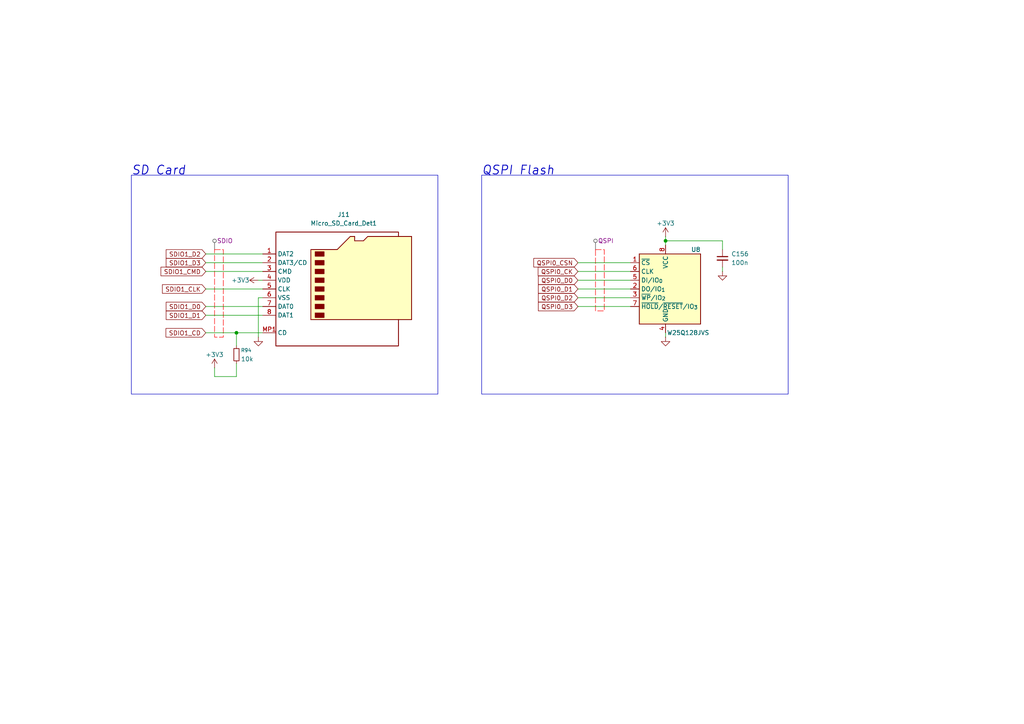
<source format=kicad_sch>
(kicad_sch (version 20250114) (generator "eeschema") (generator_version "9.0")
  (paper "A4")
  (title_block (title "FPGA Zynq7000 Dev Board") (date "2025-07-10") (rev "A"))
  (lib_symbols
    (symbol "Connector:Micro_SD_Card_Det1"
      (property "Reference" "J12" (at 0.635 21.59 0))
      (property "Value" "Micro_SD_Card_Det1" (at 0.635 19.05 0))
      (symbol "Micro_SD_Card_Det1_0_1"
        (polyline (pts (xy -8.89 -8.89) (xy -8.89 11.43) (xy -1.27 11.43) (xy 2.54 15.24) (xy 3.81 15.24) (xy 3.81 13.97) (xy 6.35 13.97) (xy 7.62 15.24) (xy 20.32 15.24) (xy 20.32 -8.89) (xy -8.89 -8.89)) (stroke (width 0.254)) (fill (type background)))
        (rectangle (start -7.62 10.795) (end -5.08 9.525) (stroke (width 0.254)) (fill (type outline)))
        (rectangle (start -7.62 8.255) (end -5.08 6.985) (stroke (width 0.254)) (fill (type outline)))
        (rectangle (start -7.62 5.715) (end -5.08 4.445) (stroke (width 0.254)) (fill (type outline)))
        (rectangle (start -7.62 3.175) (end -5.08 1.905) (stroke (width 0.254)) (fill (type outline)))
        (rectangle (start -7.62 0.635) (end -5.08 -0.635) (stroke (width 0.254)) (fill (type outline)))
        (rectangle (start -7.62 -1.905) (end -5.08 -3.175) (stroke (width 0.254)) (fill (type outline)))
        (rectangle (start -7.62 -4.445) (end -5.08 -5.715) (stroke (width 0.254)) (fill (type outline)))
        (rectangle (start -7.62 -6.985) (end -5.08 -8.255) (stroke (width 0.254)) (fill (type outline)))
        (polyline (pts (xy 16.51 15.24) (xy 16.51 16.51) (xy -19.05 16.51) (xy -19.05 -16.51) (xy 16.51 -16.51) (xy 16.51 -8.89)) (stroke (width 0.254)))
      )
      (symbol "Micro_SD_Card_Det1_1_1"
        (pin bidirectional line (at -22.86 10.16 0) (length 3.81) (name "DAT2") (number "1"))
        (pin bidirectional line (at -22.86 7.62 0) (length 3.81) (name "DAT3/CD") (number "2"))
        (pin input line (at -22.86 5.08 0) (length 3.81) (name "CMD") (number "3"))
        (pin power_in line (at -22.86 2.54 0) (length 3.81) (name "VDD") (number "4"))
        (pin input line (at -22.86 0 0) (length 3.81) (name "CLK") (number "5"))
        (pin power_in line (at -22.86 -2.54 0) (length 3.81) (name "VSS") (number "6"))
        (pin bidirectional line (at -22.86 -5.08 0) (length 3.81) (name "DAT0") (number "7"))
        (pin bidirectional line (at -22.86 -7.62 0) (length 3.81) (name "DAT1") (number "8"))
        (pin passive line (at -22.86 -12.7 0) (length 3.81) (name "CD") (number "MP1"))
        (pin no_connect line (at 30.48 -11.43 180) (length 3.81) (hide yes) (name "SHIELD") (number "MP2"))
        (pin no_connect line (at 30.48 -13.97 180) (length 3.81) (hide yes) (name "SHIELD") (number "MP3"))
        (pin no_connect line (at 30.48 -16.51 180) (length 3.81) (hide yes) (name "SHIELD") (number "MP4"))
      )
    )
    (symbol "Device:C_Small" (pin_numbers (hide yes)) (pin_names (offset 0.254) (hide yes))
      (property "Reference" "C" (at 0.254 1.778 0))
      (property "Value" "C_Small" (at 0.254 -2.032 0))
      (symbol "C_Small_0_1"
        (polyline (pts (xy -1.524 0.508) (xy 1.524 0.508)) (stroke (width 0.3048)))
        (polyline (pts (xy -1.524 -0.508) (xy 1.524 -0.508)) (stroke (width 0.3302)))
      )
      (symbol "C_Small_1_1"
        (pin passive line (at 0 2.54 270) (length 2.032) (name "~") (number "1"))
        (pin passive line (at 0 -2.54 90) (length 2.032) (name "~") (number "2"))
      )
    )
    (symbol "Device:R_Small" (pin_numbers (hide yes)) (pin_names (offset 0.254) (hide yes))
      (property "Reference" "R" (at 0 0 90))
      (property "Value" "R_Small" (at 1.778 0 90))
      (symbol "R_Small_0_1"
        (rectangle (start -0.762 1.778) (end 0.762 -1.778) (stroke (width 0.2032)))
      )
      (symbol "R_Small_1_1"
        (pin passive line (at 0 2.54 270) (length 0.762) (name "~") (number "1"))
        (pin passive line (at 0 -2.54 90) (length 0.762) (name "~") (number "2"))
      )
    )
    (symbol "Memory_Flash:W25Q128JVS"
      (property "Reference" "U" (at -6.35 11.43 0))
      (property "Value" "W25Q128JVS" (at 7.62 11.43 0))
      (symbol "W25Q128JVS_0_1"
        (rectangle (start -7.62 10.16) (end 10.16 -10.16) (stroke (width 0.254)) (fill (type background)))
      )
      (symbol "W25Q128JVS_1_1"
        (pin input line (at -10.16 7.62 0) (length 2.54) (name "~{CS}") (number "1"))
        (pin input line (at -10.16 5.08 0) (length 2.54) (name "CLK") (number "6"))
        (pin bidirectional line (at -10.16 2.54 0) (length 2.54) (name "DI/IO_{0}") (number "5"))
        (pin bidirectional line (at -10.16 0 0) (length 2.54) (name "DO/IO_{1}") (number "2"))
        (pin bidirectional line (at -10.16 -2.54 0) (length 2.54) (name "~{WP}/IO_{2}") (number "3"))
        (pin bidirectional line (at -10.16 -5.08 0) (length 2.54) (name "~{HOLD}/~{RESET}/IO_{3}") (number "7"))
        (pin power_in line (at 0 12.7 270) (length 2.54) (name "VCC") (number "8"))
        (pin power_in line (at 0 -12.7 90) (length 2.54) (name "GND") (number "4"))
      )
    )
    (symbol "power:+3V3" (power) (pin_numbers (hide yes)) (pin_names (offset 0) (hide yes))
      (property "Value" "+3V3" (at 0 3.556 0))
      (symbol "+3V3_0_1"
        (polyline (pts (xy -0.762 1.27) (xy 0 2.54)))
        (polyline (pts (xy 0 2.54) (xy 0.762 1.27)))
        (polyline (pts (xy 0 0) (xy 0 2.54)))
      )
      (symbol "+3V3_1_1"
        (pin power_in line (at 0 0 90) (length 0) (name "~") (number "1"))
      )
    )
    (symbol "power:GND" (power) (pin_numbers (hide yes)) (pin_names (offset 0) (hide yes))
      (property "Value" "GND" (at 0 -3.81 0))
      (symbol "GND_0_1"
        (polyline (pts (xy 0 0) (xy 0 -1.27) (xy 1.27 -1.27) (xy 0 -2.54) (xy -1.27 -1.27) (xy 0 -1.27)))
      )
      (symbol "GND_1_1"
        (pin power_in line (at 0 0 270) (length 0) (name "~") (number "1"))
      )
    )
  )
  (rectangle (start 139.7 50.8) (end 228.6 114.3))
  (rectangle (start 38.1 50.8) (end 127 114.3))
  (text "QSPI Flash" (at 139.7 49.53 0) (effects (font (size 2.54 2.54) (thickness 0.254) (bold yes) (italic yes)) (justify left)))
  (text "SD Card" (at 38.1 49.53 0) (effects (font (size 2.54 2.54) (thickness 0.254) (bold yes) (italic yes)) (justify left)))
  (junction (at 68.58 96.52))
  (junction (at 193.04 69.85))
  (wire (pts (xy 59.69 73.66) (xy 76.2 73.66)))
  (wire (pts (xy 193.04 69.85) (xy 193.04 71.12)))
  (wire (pts (xy 68.58 96.52) (xy 68.58 100.33)))
  (wire (pts (xy 167.64 86.36) (xy 182.88 86.36)))
  (wire (pts (xy 209.55 72.39) (xy 209.55 69.85)))
  (wire (pts (xy 62.23 106.68) (xy 62.23 109.22)))
  (wire (pts (xy 167.64 76.2) (xy 182.88 76.2)))
  (wire (pts (xy 74.93 86.36) (xy 76.2 86.36)))
  (wire (pts (xy 62.23 109.22) (xy 68.58 109.22)))
  (wire (pts (xy 74.93 97.79) (xy 74.93 86.36)))
  (wire (pts (xy 59.69 88.9) (xy 76.2 88.9)))
  (wire (pts (xy 209.55 69.85) (xy 193.04 69.85)))
  (wire (pts (xy 167.64 88.9) (xy 182.88 88.9)))
  (wire (pts (xy 167.64 81.28) (xy 182.88 81.28)))
  (wire (pts (xy 193.04 96.52) (xy 193.04 97.79)))
  (wire (pts (xy 167.64 83.82) (xy 182.88 83.82)))
  (wire (pts (xy 68.58 96.52) (xy 76.2 96.52)))
  (wire (pts (xy 74.93 81.28) (xy 76.2 81.28)))
  (wire (pts (xy 59.69 96.52) (xy 68.58 96.52)))
  (wire (pts (xy 59.69 91.44) (xy 76.2 91.44)))
  (wire (pts (xy 68.58 109.22) (xy 68.58 105.41)))
  (wire (pts (xy 59.69 83.82) (xy 76.2 83.82)))
  (wire (pts (xy 59.69 76.2) (xy 76.2 76.2)))
  (wire (pts (xy 167.64 78.74) (xy 182.88 78.74)))
  (wire (pts (xy 193.04 68.58) (xy 193.04 69.85)))
  (wire (pts (xy 209.55 77.47) (xy 209.55 78.74)))
  (wire (pts (xy 59.69 78.74) (xy 76.2 78.74)))
  (global_label "SDIO1_CD" (shape input) (at 59.69 96.52 180) (property "Intersheetrefs" "${INTERSHEET_REFS}" (effects (hide yes))))
  (global_label "QSPI0_D3" (shape input) (at 167.64 88.9 180) (property "Intersheetrefs" "${INTERSHEET_REFS}" (effects (hide yes))))
  (global_label "SDIO1_D3" (shape input) (at 59.69 76.2 180) (property "Intersheetrefs" "${INTERSHEET_REFS}" (effects (hide yes))))
  (global_label "QSPI0_D1" (shape input) (at 167.64 83.82 180) (property "Intersheetrefs" "${INTERSHEET_REFS}" (effects (hide yes))))
  (global_label "QSPI0_D0" (shape input) (at 167.64 81.28 180) (property "Intersheetrefs" "${INTERSHEET_REFS}" (effects (hide yes))))
  (global_label "SDIO1_CMD" (shape input) (at 59.69 78.74 180) (property "Intersheetrefs" "${INTERSHEET_REFS}" (effects (hide yes))))
  (global_label "QSPI0_CSN" (shape input) (at 167.64 76.2 180) (property "Intersheetrefs" "${INTERSHEET_REFS}" (effects (hide yes))))
  (global_label "SDIO1_D0" (shape input) (at 59.69 88.9 180) (property "Intersheetrefs" "${INTERSHEET_REFS}" (effects (hide yes))))
  (global_label "SDIO1_D2" (shape input) (at 59.69 73.66 180) (property "Intersheetrefs" "${INTERSHEET_REFS}" (effects (hide yes))))
  (global_label "SDIO1_CLK" (shape input) (at 59.69 83.82 180) (property "Intersheetrefs" "${INTERSHEET_REFS}" (effects (hide yes))))
  (global_label "SDIO1_D1" (shape input) (at 59.69 91.44 180) (property "Intersheetrefs" "${INTERSHEET_REFS}" (effects (hide yes))))
  (global_label "QSPI0_D2" (shape input) (at 167.64 86.36 180) (property "Intersheetrefs" "${INTERSHEET_REFS}" (effects (hide yes))))
  (global_label "QSPI0_CK" (shape input) (at 167.64 78.74 180) (property "Intersheetrefs" "${INTERSHEET_REFS}" (effects (hide yes))))
  (rule_area (polyline (pts (xy 62.23 72.39) (xy 64.77 72.39) (xy 64.77 97.79) (xy 62.23 97.79)) (stroke (width 0) (type dash))))
  (rule_area (polyline (pts (xy 172.72 72.39) (xy 175.26 72.39) (xy 175.26 90.17) (xy 172.72 90.17)) (stroke (width 0) (type dash))))
  (netclass_flag "" (length 2.54) (shape round) (at 62.23 72.39 0) (property "Netclass" "SDIO" (at 62.9285 69.85 0) (effects (justify left))))
  (netclass_flag "" (length 2.54) (shape round) (at 172.72 72.39 0) (property "Netclass" "QSPI" (at 173.4185 69.85 0) (effects (justify left))))
  (symbol (lib_id "power:GND") (at 209.55 78.74 0) (unit 1)
    (property "Reference" "#PWR0203" (effects (hide yes)))
    (property "Value" "GND" (effects (hide yes)))
    (property "Description" "Power symbol creates a global label with name \"GND\" , ground" (effects (hide yes)))
  )
  (symbol (lib_id "power:GND") (at 193.04 97.79 0) (unit 1)
    (property "Reference" "#PWR0206" (effects (hide yes)))
    (property "Value" "GND" (effects (hide yes)))
    (property "Description" "Power symbol creates a global label with name \"GND\" , ground" (effects (hide yes)))
  )
  (symbol (lib_id "power:+3V3") (at 193.04 68.58 0) (unit 1)
    (property "Reference" "#PWR0202" (effects (hide yes)))
    (property "Value" "+3V3" (at 193.04 64.77 0))
    (property "Description" "Power symbol creates a global label with name \"+3V3\"" (effects (hide yes)))
  )
  (symbol (lib_id "power:+3V3") (at 74.93 81.28 90) (unit 1)
    (property "Reference" "#PWR0204" (effects (hide yes)))
    (property "Value" "+3V3" (at 72.39 81.28 90) (effects (justify left)))
    (property "Description" "Power symbol creates a global label with name \"+3V3\"" (effects (hide yes)))
  )
  (symbol (lib_id "Connector:Micro_SD_Card_Det1") (at 99.06 83.82 0) (unit 1)
    (property "Reference" "J11" (at 99.695 62.23 0))
    (property "Value" "Micro_SD_Card_Det1" (at 99.695 64.77 0))
    (property "Footprint" "Custom:5008730806" (effects (hide yes)))
    (property "Datasheet" "https://datasheet.lcsc.com/lcsc/2110151630_XKB-Connectivity-XKTF-015-N_C381082.pdf" (effects (hide yes)))
    (property "Description" "Micro SD Card Socket with one card detection pin" (effects (hide yes)))
  )
  (symbol (lib_id "Memory_Flash:W25Q128JVS") (at 193.04 83.82 0) (unit 1)
    (property "Reference" "U8" (at 203.2 72.39 0) (effects (justify right)))
    (property "Value" "W25Q128JVS" (at 205.74 96.52 0) (effects (justify right)))
    (property "Footprint" "Package_SO:SOIC-8_5.3x5.3mm_P1.27mm" (effects (hide yes)))
    (property "Datasheet" "https://www.winbond.com/resource-files/w25q128jv_dtr%20revc%2003272018%20plus.pdf" (effects (hide yes)))
    (property "Description" "128Mbit / 16MiB Serial Flash Memory, Standard/Dual/Quad SPI, 2.7-3.6V, SOIC-8" (effects (hide yes)))
  )
  (symbol (lib_id "Device:C_Small") (at 209.55 74.93 0) (unit 1)
    (property "Reference" "C156" (at 212.09 73.6662 0) (effects (justify left)))
    (property "Value" "100n" (at 212.09 76.2062 0) (effects (justify left)))
    (property "Footprint" "Capacitor_SMD:C_0402_1005Metric" (effects (hide yes)))
    (property "Description" "Unpolarized capacitor, small symbol" (effects (hide yes)))
  )
  (symbol (lib_id "power:GND") (at 74.93 97.79 0) (unit 1)
    (property "Reference" "#PWR0205" (effects (hide yes)))
    (property "Value" "GND" (effects (hide yes)))
    (property "Description" "Power symbol creates a global label with name \"GND\" , ground" (effects (hide yes)))
  )
  (symbol (lib_id "power:+3V3") (at 62.23 106.68 0) (unit 1)
    (property "Reference" "#PWR0207" (effects (hide yes)))
    (property "Value" "+3V3" (at 62.23 102.87 0))
    (property "Description" "Power symbol creates a global label with name \"+3V3\"" (effects (hide yes)))
  )
  (symbol (lib_id "Device:R_Small") (at 68.58 102.87 0) (unit 1)
    (property "Reference" "R94" (at 69.85 101.6 0) (effects (font (size 1.016 1.016)) (justify left)))
    (property "Value" "10k" (at 69.85 104.1399 0) (effects (justify left)))
    (property "Footprint" "Resistor_SMD:R_0402_1005Metric" (effects (hide yes)))
    (property "Description" "Resistor, small symbol" (effects (hide yes)))
  )
)
</source>
